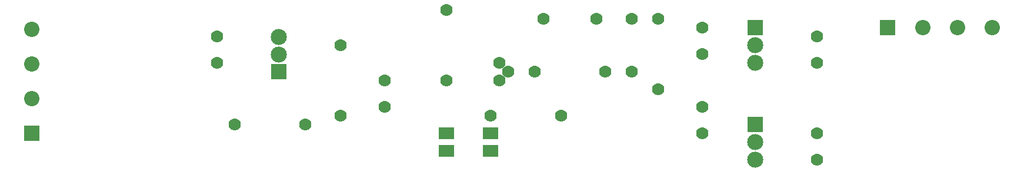
<source format=gbr>
G04 EasyPC Gerber Version 21.0.3 Build 4286 *
G04 #@! TF.Part,Single*
G04 #@! TF.FileFunction,Soldermask,Bot *
G04 #@! TF.FilePolarity,Negative *
%FSLAX35Y35*%
%MOIN*%
G04 #@! TA.AperFunction,ComponentPad*
%ADD10R,0.08677X0.08677*%
%ADD13R,0.09091X0.09091*%
%ADD12C,0.07000*%
%ADD11C,0.08677*%
%ADD14C,0.09091*%
%ADD15R,0.09000X0.07000*%
X0Y0D02*
D02*
D10*
X20250Y30250D03*
X505250Y90250D03*
D02*
D11*
X20250Y49935D03*
Y69620D03*
Y89305D03*
X524935Y90250D03*
X544620D03*
X564305D03*
D02*
D12*
X125250Y70250D03*
Y85250D03*
X135250Y35250D03*
X175250D03*
X195250Y40250D03*
Y80250D03*
X220250Y45250D03*
Y60250D03*
X255250D03*
Y100250D03*
X280250Y40250D03*
X285250Y60250D03*
Y70250D03*
X290250Y65250D03*
X305250D03*
X310250Y95250D03*
X320250Y40250D03*
X340250Y95250D03*
X345250Y65250D03*
X360250D03*
Y95250D03*
X375250Y55250D03*
Y95250D03*
X400250Y30250D03*
Y45250D03*
Y75250D03*
Y90250D03*
X465250Y15250D03*
Y30250D03*
Y70250D03*
Y85250D03*
D02*
D13*
X160250Y65250D03*
X430250Y35250D03*
Y90250D03*
D02*
D14*
X160250Y75230D03*
Y85211D03*
X430250Y15289D03*
Y25270D03*
Y70289D03*
Y80270D03*
D02*
D15*
X255250Y20250D03*
Y30250D03*
X280250Y20250D03*
Y30250D03*
X0Y0D02*
M02*

</source>
